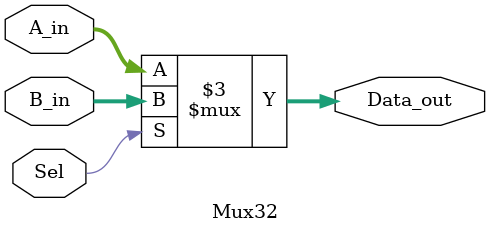
<source format=v>
`timescale 1ns / 1ps
module Mux32(
input [31:0] A_in,
input [31:0] B_in,
input Sel,
output reg [31:0]Data_out 
    );
//
//Write your code below
//

always @(Sel)
begin
	if(Sel)
		Data_out = B_in;
	else
		Data_out = A_in;
end


endmodule

</source>
